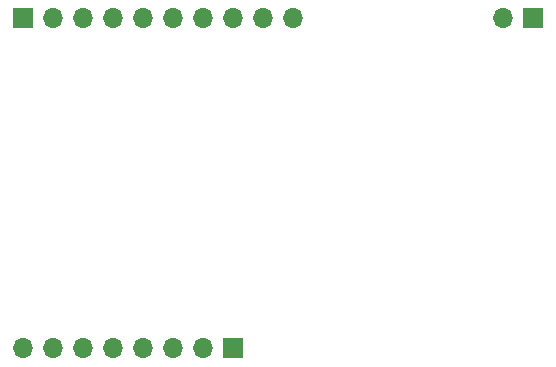
<source format=gbr>
%TF.GenerationSoftware,KiCad,Pcbnew,(5.1.10-1-10_14)*%
%TF.CreationDate,2021-11-15T20:19:36-05:00*%
%TF.ProjectId,interrupts,696e7465-7272-4757-9074-732e6b696361,rev?*%
%TF.SameCoordinates,Original*%
%TF.FileFunction,Soldermask,Bot*%
%TF.FilePolarity,Negative*%
%FSLAX46Y46*%
G04 Gerber Fmt 4.6, Leading zero omitted, Abs format (unit mm)*
G04 Created by KiCad (PCBNEW (5.1.10-1-10_14)) date 2021-11-15 20:19:36*
%MOMM*%
%LPD*%
G01*
G04 APERTURE LIST*
%ADD10O,1.700000X1.700000*%
%ADD11R,1.700000X1.700000*%
G04 APERTURE END LIST*
D10*
%TO.C,J3*%
X178562000Y-83820000D03*
D11*
X181102000Y-83820000D03*
%TD*%
D10*
%TO.C,J2*%
X137922000Y-111760000D03*
X140462000Y-111760000D03*
X143002000Y-111760000D03*
X145542000Y-111760000D03*
X148082000Y-111760000D03*
X150622000Y-111760000D03*
X153162000Y-111760000D03*
D11*
X155702000Y-111760000D03*
%TD*%
D10*
%TO.C,J1*%
X160782000Y-83820000D03*
X158242000Y-83820000D03*
X155702000Y-83820000D03*
X153162000Y-83820000D03*
X150622000Y-83820000D03*
X148082000Y-83820000D03*
X145542000Y-83820000D03*
X143002000Y-83820000D03*
X140462000Y-83820000D03*
D11*
X137922000Y-83820000D03*
%TD*%
M02*

</source>
